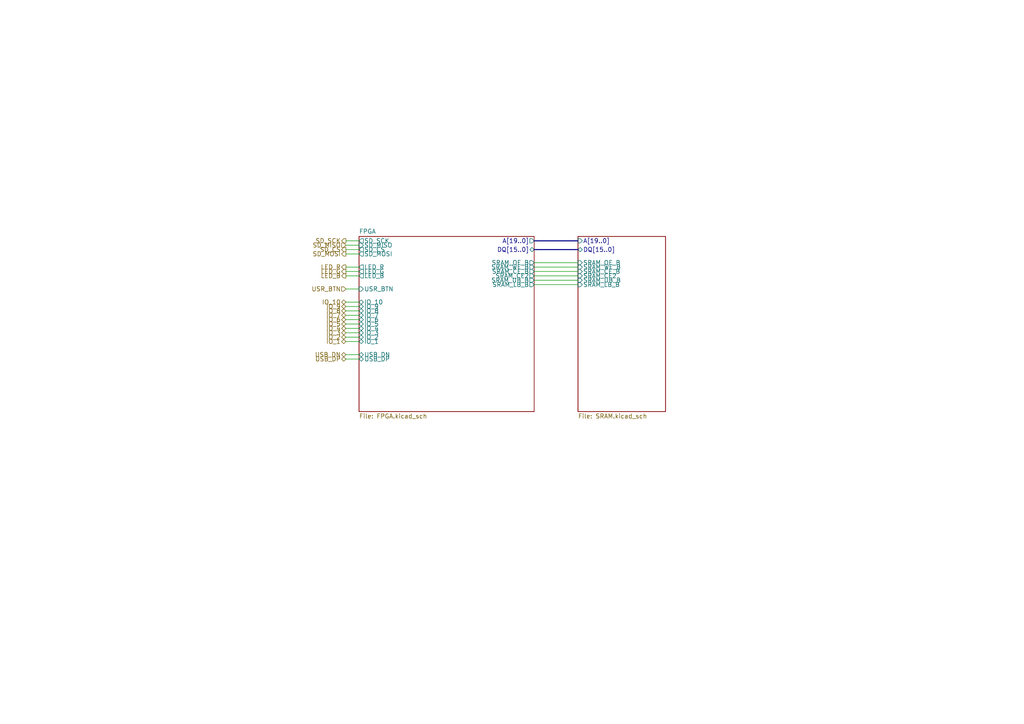
<source format=kicad_sch>
(kicad_sch
	(version 20250114)
	(generator "eeschema")
	(generator_version "9.0")
	(uuid "4352297a-e32b-4d0d-aeec-02d3edae7d1a")
	(paper "A4")
	(lib_symbols)
	(wire
		(pts
			(xy 154.94 78.74) (xy 167.64 78.74)
		)
		(stroke
			(width 0)
			(type default)
		)
		(uuid "0cd21ca4-29b7-4026-9f50-7b09699f7402")
	)
	(bus
		(pts
			(xy 154.94 69.85) (xy 167.64 69.85)
		)
		(stroke
			(width 0)
			(type default)
		)
		(uuid "13ecce82-6aba-4d21-b5c0-c820101e6a5a")
	)
	(wire
		(pts
			(xy 100.33 80.01) (xy 104.14 80.01)
		)
		(stroke
			(width 0)
			(type default)
		)
		(uuid "251fb74a-e0c5-44e9-96a2-fd13ec306d69")
	)
	(wire
		(pts
			(xy 100.33 69.85) (xy 104.14 69.85)
		)
		(stroke
			(width 0)
			(type default)
		)
		(uuid "2736f26c-2d82-45a2-b46c-e66cd0d0e9c5")
	)
	(wire
		(pts
			(xy 100.33 77.47) (xy 104.14 77.47)
		)
		(stroke
			(width 0)
			(type default)
		)
		(uuid "42bff415-6629-4914-81bb-a6e4651cedd8")
	)
	(wire
		(pts
			(xy 100.33 88.9) (xy 104.14 88.9)
		)
		(stroke
			(width 0)
			(type default)
		)
		(uuid "49c99f07-894e-49b0-ac90-06e0e867430e")
	)
	(wire
		(pts
			(xy 100.33 73.66) (xy 104.14 73.66)
		)
		(stroke
			(width 0)
			(type default)
		)
		(uuid "4b6b1b12-66b9-4fa6-b433-708fc90777c5")
	)
	(wire
		(pts
			(xy 154.94 81.28) (xy 167.64 81.28)
		)
		(stroke
			(width 0)
			(type default)
		)
		(uuid "515fcdad-0710-4a40-a5a2-c9cd5d496065")
	)
	(wire
		(pts
			(xy 100.33 93.98) (xy 104.14 93.98)
		)
		(stroke
			(width 0)
			(type default)
		)
		(uuid "62d2fb88-ad21-4f9a-968a-8d1e4c99ab0a")
	)
	(wire
		(pts
			(xy 154.94 77.47) (xy 167.64 77.47)
		)
		(stroke
			(width 0)
			(type default)
		)
		(uuid "6bda5b1c-c9df-42b4-acc6-83818df4d21c")
	)
	(bus
		(pts
			(xy 154.94 72.39) (xy 167.64 72.39)
		)
		(stroke
			(width 0)
			(type default)
		)
		(uuid "6dd260d0-729c-49a0-89b7-61305c33b238")
	)
	(wire
		(pts
			(xy 100.33 104.14) (xy 104.14 104.14)
		)
		(stroke
			(width 0)
			(type default)
		)
		(uuid "71de44a7-2381-44cc-9970-609a311b6e96")
	)
	(wire
		(pts
			(xy 100.33 97.79) (xy 104.14 97.79)
		)
		(stroke
			(width 0)
			(type default)
		)
		(uuid "7bd617c5-12a3-4287-a719-3e06603ec299")
	)
	(wire
		(pts
			(xy 100.33 72.39) (xy 104.14 72.39)
		)
		(stroke
			(width 0)
			(type default)
		)
		(uuid "815de933-9ac0-4545-a2bb-186d2a6ce02c")
	)
	(wire
		(pts
			(xy 100.33 96.52) (xy 104.14 96.52)
		)
		(stroke
			(width 0)
			(type default)
		)
		(uuid "8434f48a-0298-4e7e-a487-14cc51205bcf")
	)
	(wire
		(pts
			(xy 100.33 99.06) (xy 104.14 99.06)
		)
		(stroke
			(width 0)
			(type default)
		)
		(uuid "90255be7-3b2b-45a6-9ae3-9e60651a33b0")
	)
	(wire
		(pts
			(xy 154.94 76.2) (xy 167.64 76.2)
		)
		(stroke
			(width 0)
			(type default)
		)
		(uuid "bd993e17-1a18-4178-9b76-d3c0f4722908")
	)
	(wire
		(pts
			(xy 154.94 80.01) (xy 167.64 80.01)
		)
		(stroke
			(width 0)
			(type default)
		)
		(uuid "cccabc71-33fb-4aff-ad70-fcf45c8e12af")
	)
	(wire
		(pts
			(xy 100.33 102.87) (xy 104.14 102.87)
		)
		(stroke
			(width 0)
			(type default)
		)
		(uuid "ce4f41a9-b339-4e61-be29-908bc5f26cbd")
	)
	(wire
		(pts
			(xy 100.33 78.74) (xy 104.14 78.74)
		)
		(stroke
			(width 0)
			(type default)
		)
		(uuid "cf811994-f002-488c-a6a9-f4f8b3b9a044")
	)
	(wire
		(pts
			(xy 100.33 90.17) (xy 104.14 90.17)
		)
		(stroke
			(width 0)
			(type default)
		)
		(uuid "d6c612d8-1528-4a25-9b1f-662057436ecb")
	)
	(wire
		(pts
			(xy 154.94 82.55) (xy 167.64 82.55)
		)
		(stroke
			(width 0)
			(type default)
		)
		(uuid "e3876356-bc46-443d-a4eb-6e5500357cf8")
	)
	(wire
		(pts
			(xy 100.33 87.63) (xy 104.14 87.63)
		)
		(stroke
			(width 0)
			(type default)
		)
		(uuid "ea14c2fb-98b5-4aa6-a305-2321a34d4437")
	)
	(wire
		(pts
			(xy 100.33 83.82) (xy 104.14 83.82)
		)
		(stroke
			(width 0)
			(type default)
		)
		(uuid "eca7f51a-5715-4fc0-8375-526d6ef1b6fa")
	)
	(wire
		(pts
			(xy 100.33 92.71) (xy 104.14 92.71)
		)
		(stroke
			(width 0)
			(type default)
		)
		(uuid "f6b34aba-e7df-443b-8616-c139b10abeda")
	)
	(wire
		(pts
			(xy 100.33 95.25) (xy 104.14 95.25)
		)
		(stroke
			(width 0)
			(type default)
		)
		(uuid "f709cf60-c84d-4a73-a366-b0992e8a81ef")
	)
	(wire
		(pts
			(xy 100.33 91.44) (xy 104.14 91.44)
		)
		(stroke
			(width 0)
			(type default)
		)
		(uuid "faea3d2c-96d3-469a-8fdc-c6a1711307f0")
	)
	(wire
		(pts
			(xy 100.33 71.12) (xy 104.14 71.12)
		)
		(stroke
			(width 0)
			(type default)
		)
		(uuid "fcf574a9-14b5-4963-aa0a-2d24a54400e2")
	)
	(hierarchical_label "LED_B"
		(shape output)
		(at 100.33 80.01 180)
		(effects
			(font
				(size 1.27 1.27)
			)
			(justify right)
		)
		(uuid "02ce3184-12d3-4c0b-8757-c8cb8f79ca79")
	)
	(hierarchical_label "USR_BTN"
		(shape input)
		(at 100.33 83.82 180)
		(effects
			(font
				(size 1.27 1.27)
			)
			(justify right)
		)
		(uuid "0c930c4f-3f1a-4798-be68-704437964705")
	)
	(hierarchical_label "IO_1"
		(shape bidirectional)
		(at 100.33 99.06 180)
		(effects
			(font
				(size 1.27 1.27)
			)
			(justify right)
		)
		(uuid "0eb907ae-80c0-432a-8fb2-99c15866b12a")
	)
	(hierarchical_label "SD_CS"
		(shape output)
		(at 100.33 72.39 180)
		(effects
			(font
				(size 1.27 1.27)
			)
			(justify right)
		)
		(uuid "1aa35ffe-e176-496b-90f9-9f01c22a73e2")
	)
	(hierarchical_label "IO_10"
		(shape bidirectional)
		(at 100.33 87.63 180)
		(effects
			(font
				(size 1.27 1.27)
			)
			(justify right)
		)
		(uuid "1c91f08f-0f24-4f9f-ac16-4641fd421961")
	)
	(hierarchical_label "IO_2"
		(shape bidirectional)
		(at 100.33 97.79 180)
		(effects
			(font
				(size 1.27 1.27)
			)
			(justify right)
		)
		(uuid "1eb830a6-5785-4e39-9707-0d862135c6f4")
	)
	(hierarchical_label "SD_MOSI"
		(shape output)
		(at 100.33 73.66 180)
		(effects
			(font
				(size 1.27 1.27)
			)
			(justify right)
		)
		(uuid "2014beb5-5765-4b3e-94d2-06b92ba60e2a")
	)
	(hierarchical_label "IO_7"
		(shape bidirectional)
		(at 100.33 91.44 180)
		(effects
			(font
				(size 1.27 1.27)
			)
			(justify right)
		)
		(uuid "2d6ab1c8-f357-4833-b5ba-578771101201")
	)
	(hierarchical_label "LED_R"
		(shape output)
		(at 100.33 77.47 180)
		(effects
			(font
				(size 1.27 1.27)
			)
			(justify right)
		)
		(uuid "40bb6364-e90f-4013-bedc-6a86bbd3ff27")
	)
	(hierarchical_label "SD_SCK"
		(shape output)
		(at 100.33 69.85 180)
		(effects
			(font
				(size 1.27 1.27)
			)
			(justify right)
		)
		(uuid "4b5b3e9a-03ee-4c09-91dc-78d160cc3664")
	)
	(hierarchical_label "IO_9"
		(shape bidirectional)
		(at 100.33 88.9 180)
		(effects
			(font
				(size 1.27 1.27)
			)
			(justify right)
		)
		(uuid "5ff858c8-15b0-462e-b66f-8cd1d1d0fd8a")
	)
	(hierarchical_label "IO_8"
		(shape bidirectional)
		(at 100.33 90.17 180)
		(effects
			(font
				(size 1.27 1.27)
			)
			(justify right)
		)
		(uuid "6124b59f-682a-48dc-b684-242e3d22ff7e")
	)
	(hierarchical_label "USB_DN"
		(shape bidirectional)
		(at 100.33 102.87 180)
		(effects
			(font
				(size 1.27 1.27)
			)
			(justify right)
		)
		(uuid "66110213-7dec-4403-95d2-52dcd56bd6a1")
	)
	(hierarchical_label "IO_4"
		(shape bidirectional)
		(at 100.33 95.25 180)
		(effects
			(font
				(size 1.27 1.27)
			)
			(justify right)
		)
		(uuid "6ee6f46f-5678-4dcb-bd1a-7c74800566e1")
	)
	(hierarchical_label "SD_MISO"
		(shape input)
		(at 100.33 71.12 180)
		(effects
			(font
				(size 1.27 1.27)
			)
			(justify right)
		)
		(uuid "9c4a403c-b260-4d24-8f1c-8325798f81c4")
	)
	(hierarchical_label "IO_5"
		(shape bidirectional)
		(at 100.33 93.98 180)
		(effects
			(font
				(size 1.27 1.27)
			)
			(justify right)
		)
		(uuid "9c803cea-c7a3-41b4-bce6-837a4c33d094")
	)
	(hierarchical_label "IO_3"
		(shape bidirectional)
		(at 100.33 96.52 180)
		(effects
			(font
				(size 1.27 1.27)
			)
			(justify right)
		)
		(uuid "c47d0cdf-536e-4446-9e4b-6d16e8bf94db")
	)
	(hierarchical_label "LED_G"
		(shape output)
		(at 100.33 78.74 180)
		(effects
			(font
				(size 1.27 1.27)
			)
			(justify right)
		)
		(uuid "ce8042e3-25ec-482d-a84a-172ab2123db7")
	)
	(hierarchical_label "IO_6"
		(shape bidirectional)
		(at 100.33 92.71 180)
		(effects
			(font
				(size 1.27 1.27)
			)
			(justify right)
		)
		(uuid "d5d670f8-52e8-42f9-8ee2-1d57e70e3a7d")
	)
	(hierarchical_label "USB_DP"
		(shape bidirectional)
		(at 100.33 104.14 180)
		(effects
			(font
				(size 1.27 1.27)
			)
			(justify right)
		)
		(uuid "fad91cc6-e8a7-4862-9dd6-24ab2651a7ec")
	)
	(sheet
		(at 104.14 68.58)
		(size 50.8 50.8)
		(exclude_from_sim no)
		(in_bom yes)
		(on_board yes)
		(dnp no)
		(fields_autoplaced yes)
		(stroke
			(width 0.1524)
			(type solid)
		)
		(fill
			(color 0 0 0 0.0000)
		)
		(uuid "45951699-7d91-42f2-85db-3c9973456bfb")
		(property "Sheetname" "FPGA"
			(at 104.14 67.8684 0)
			(effects
				(font
					(size 1.27 1.27)
				)
				(justify left bottom)
			)
		)
		(property "Sheetfile" "FPGA.kicad_sch"
			(at 104.14 119.9646 0)
			(effects
				(font
					(size 1.27 1.27)
				)
				(justify left top)
			)
		)
		(pin "SD_SCK" output
			(at 104.14 69.85 180)
			(uuid "1b7bb2ad-61e5-4831-aa09-1cdb1594bc0d")
			(effects
				(font
					(size 1.27 1.27)
				)
				(justify left)
			)
		)
		(pin "SD_MISO" input
			(at 104.14 71.12 180)
			(uuid "cb6d56b2-d3a0-42c8-a135-cbfde46cf7fb")
			(effects
				(font
					(size 1.27 1.27)
				)
				(justify left)
			)
		)
		(pin "SD_CS" output
			(at 104.14 72.39 180)
			(uuid "1064e943-17c2-4b72-94c8-8eca4f88e748")
			(effects
				(font
					(size 1.27 1.27)
				)
				(justify left)
			)
		)
		(pin "SD_MOSI" output
			(at 104.14 73.66 180)
			(uuid "c449c4c4-28fe-4fa3-b391-aceb6ddedb03")
			(effects
				(font
					(size 1.27 1.27)
				)
				(justify left)
			)
		)
		(pin "LED_R" output
			(at 104.14 77.47 180)
			(uuid "6dc58897-be08-45c7-a961-2a081f6839cc")
			(effects
				(font
					(size 1.27 1.27)
				)
				(justify left)
			)
		)
		(pin "LED_B" output
			(at 104.14 80.01 180)
			(uuid "deee3b8a-d204-4c81-bd97-5d158545c3b7")
			(effects
				(font
					(size 1.27 1.27)
				)
				(justify left)
			)
		)
		(pin "LED_G" output
			(at 104.14 78.74 180)
			(uuid "a6eeed8f-107f-4050-a0cf-fcb2465131ed")
			(effects
				(font
					(size 1.27 1.27)
				)
				(justify left)
			)
		)
		(pin "USR_BTN" input
			(at 104.14 83.82 180)
			(uuid "d69abee9-3734-415f-b747-7e30b096685e")
			(effects
				(font
					(size 1.27 1.27)
				)
				(justify left)
			)
		)
		(pin "IO_9" bidirectional
			(at 104.14 88.9 180)
			(uuid "acf20080-bcff-47f2-9542-488518d11aac")
			(effects
				(font
					(size 1.27 1.27)
				)
				(justify left)
			)
		)
		(pin "IO_2" bidirectional
			(at 104.14 97.79 180)
			(uuid "8149eae5-e17a-46ef-af62-4b65b5102f85")
			(effects
				(font
					(size 1.27 1.27)
				)
				(justify left)
			)
		)
		(pin "IO_8" bidirectional
			(at 104.14 90.17 180)
			(uuid "35d3d3e3-912a-4d76-8017-a2ad054e0c30")
			(effects
				(font
					(size 1.27 1.27)
				)
				(justify left)
			)
		)
		(pin "IO_1" bidirectional
			(at 104.14 99.06 180)
			(uuid "1d840a48-6ded-4856-9443-54cc9dd7c3e6")
			(effects
				(font
					(size 1.27 1.27)
				)
				(justify left)
			)
		)
		(pin "IO_3" bidirectional
			(at 104.14 96.52 180)
			(uuid "a01a18cd-0f18-4077-ad02-948534f49944")
			(effects
				(font
					(size 1.27 1.27)
				)
				(justify left)
			)
		)
		(pin "IO_4" bidirectional
			(at 104.14 95.25 180)
			(uuid "9de38bee-2deb-4a2b-afc2-59e780bec67a")
			(effects
				(font
					(size 1.27 1.27)
				)
				(justify left)
			)
		)
		(pin "IO_7" bidirectional
			(at 104.14 91.44 180)
			(uuid "cf093cbe-2bef-44cf-bad7-54d949aeb0f2")
			(effects
				(font
					(size 1.27 1.27)
				)
				(justify left)
			)
		)
		(pin "IO_5" bidirectional
			(at 104.14 93.98 180)
			(uuid "49446da1-3e21-4cfc-a048-6ac1379ff638")
			(effects
				(font
					(size 1.27 1.27)
				)
				(justify left)
			)
		)
		(pin "IO_6" bidirectional
			(at 104.14 92.71 180)
			(uuid "57d8b818-ad63-40bb-a801-432c27db574b")
			(effects
				(font
					(size 1.27 1.27)
				)
				(justify left)
			)
		)
		(pin "IO_10" bidirectional
			(at 104.14 87.63 180)
			(uuid "ea0199a9-5f13-469b-8bff-0867a453e52b")
			(effects
				(font
					(size 1.27 1.27)
				)
				(justify left)
			)
		)
		(pin "USB_DN" bidirectional
			(at 104.14 102.87 180)
			(uuid "94de9712-9405-4cae-89df-6523c954bd8f")
			(effects
				(font
					(size 1.27 1.27)
				)
				(justify left)
			)
		)
		(pin "USB_DP" bidirectional
			(at 104.14 104.14 180)
			(uuid "d98f9608-f910-4ebb-b772-b8ad01641458")
			(effects
				(font
					(size 1.27 1.27)
				)
				(justify left)
			)
		)
		(pin "A[19..0]" output
			(at 154.94 69.85 0)
			(uuid "7019749e-5695-42dd-9336-53cd76fa8095")
			(effects
				(font
					(size 1.27 1.27)
				)
				(justify right)
			)
		)
		(pin "SRAM_CE_B" output
			(at 154.94 78.74 0)
			(uuid "7287ee9f-32d0-4be3-9f11-2c9a6c2f146a")
			(effects
				(font
					(size 1.27 1.27)
				)
				(justify right)
			)
		)
		(pin "SRAM_OE_B" output
			(at 154.94 76.2 0)
			(uuid "629380ed-d576-49b9-b8cb-d4d93c7f88c6")
			(effects
				(font
					(size 1.27 1.27)
				)
				(justify right)
			)
		)
		(pin "SRAM_CE2" output
			(at 154.94 80.01 0)
			(uuid "35d72f14-5e9f-4275-8441-b730c2ae6fd0")
			(effects
				(font
					(size 1.27 1.27)
				)
				(justify right)
			)
		)
		(pin "SRAM_WE_B" output
			(at 154.94 77.47 0)
			(uuid "af24777c-6dd7-43b4-9079-58c46cd37696")
			(effects
				(font
					(size 1.27 1.27)
				)
				(justify right)
			)
		)
		(pin "SRAM_LB_B" output
			(at 154.94 82.55 0)
			(uuid "509077a2-5294-456f-8bb1-2d58e6175c71")
			(effects
				(font
					(size 1.27 1.27)
				)
				(justify right)
			)
		)
		(pin "SRAM_UB_B" output
			(at 154.94 81.28 0)
			(uuid "e3d22509-5458-48f3-ad45-a72bfcec0569")
			(effects
				(font
					(size 1.27 1.27)
				)
				(justify right)
			)
		)
		(pin "DQ[15..0]" bidirectional
			(at 154.94 72.39 0)
			(uuid "6c4d50cd-400e-48e3-85a5-2216e0bacd26")
			(effects
				(font
					(size 1.27 1.27)
				)
				(justify right)
			)
		)
		(instances
			(project "sbc"
				(path "/9328a39f-e46f-4e23-a67b-f837d10a1254/ead0e1f6-3bed-4a4d-ba2e-bcbc99eccbe8"
					(page "10")
				)
			)
		)
	)
	(sheet
		(at 167.64 68.58)
		(size 25.4 50.8)
		(exclude_from_sim no)
		(in_bom yes)
		(on_board yes)
		(dnp no)
		(fields_autoplaced yes)
		(stroke
			(width 0.1524)
			(type solid)
		)
		(fill
			(color 0 0 0 0.0000)
		)
		(uuid "473a3989-8d64-4465-9744-9671bd8b9561")
		(property "Sheetname" "SRAM"
			(at 167.64 67.8684 0)
			(effects
				(font
					(size 1.27 1.27)
				)
				(justify left bottom)
				(hide yes)
			)
		)
		(property "Sheetfile" "SRAM.kicad_sch"
			(at 167.64 119.9646 0)
			(effects
				(font
					(size 1.27 1.27)
				)
				(justify left top)
			)
		)
		(pin "SRAM_OE_B" input
			(at 167.64 76.2 180)
			(uuid "e12adaca-0c9b-47fd-bad0-97c667ff27b3")
			(effects
				(font
					(size 1.27 1.27)
				)
				(justify left)
			)
		)
		(pin "A[19..0]" input
			(at 167.64 69.85 180)
			(uuid "c97aa1cb-9faa-422b-9820-d2e3cd3e17cc")
			(effects
				(font
					(size 1.27 1.27)
				)
				(justify left)
			)
		)
		(pin "SRAM_WE_B" input
			(at 167.64 77.47 180)
			(uuid "adb63d82-2d39-4bdd-a598-f74341f18922")
			(effects
				(font
					(size 1.27 1.27)
				)
				(justify left)
			)
		)
		(pin "SRAM_LB_B" input
			(at 167.64 82.55 180)
			(uuid "55eb5c48-cd3e-43b9-bed0-0b451a7b8f56")
			(effects
				(font
					(size 1.27 1.27)
				)
				(justify left)
			)
		)
		(pin "DQ[15..0]" bidirectional
			(at 167.64 72.39 180)
			(uuid "e185642f-2641-41e6-897d-786515aeaef6")
			(effects
				(font
					(size 1.27 1.27)
				)
				(justify left)
			)
		)
		(pin "SRAM_CE2" input
			(at 167.64 80.01 180)
			(uuid "2a1bcb79-fe40-42a4-adf3-2ee65dff7eda")
			(effects
				(font
					(size 1.27 1.27)
				)
				(justify left)
			)
		)
		(pin "SRAM_CE_B" input
			(at 167.64 78.74 180)
			(uuid "a0af5eb0-7896-4855-a5b3-e520cc2baf87")
			(effects
				(font
					(size 1.27 1.27)
				)
				(justify left)
			)
		)
		(pin "SRAM_UB_B" input
			(at 167.64 81.28 180)
			(uuid "b8f7985a-0d11-441a-a124-0a85ec87cd2e")
			(effects
				(font
					(size 1.27 1.27)
				)
				(justify left)
			)
		)
		(instances
			(project "sbc"
				(path "/9328a39f-e46f-4e23-a67b-f837d10a1254/ead0e1f6-3bed-4a4d-ba2e-bcbc99eccbe8"
					(page "9")
				)
			)
		)
	)
)

</source>
